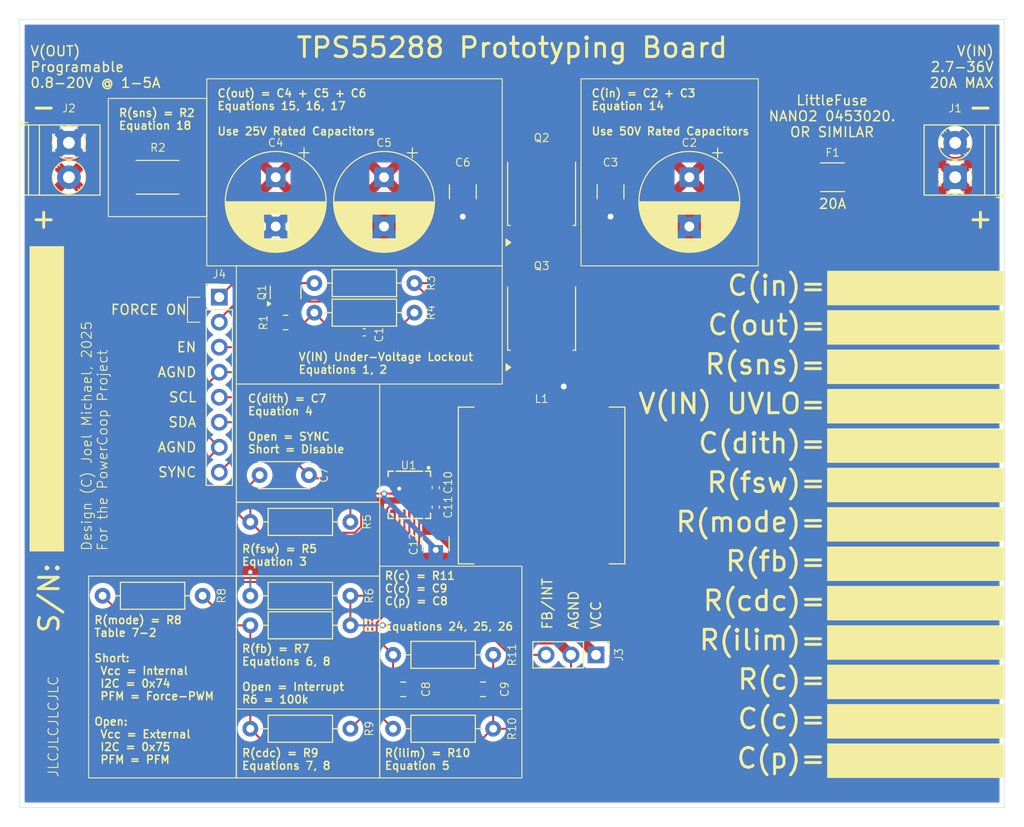
<source format=kicad_pcb>
(kicad_pcb (version 20240108) (generator "pcbnew") (generator_version "8.0")
  (layers (0 "F.Cu" signal) (31 "B.Cu" signal) (34 "B.Paste" user) (35 "F.Paste" user) (36 "B.SilkS" user "B.Silkscreen") (37 "F.SilkS" user "F.Silkscreen") (38 "B.Mask" user) (39 "F.Mask" user) (44 "Edge.Cuts" user))
  (net 0 "")
  (net 1 "/DITH{slash}SYNC")
  (net 2 "/MODE")
  (net 3 "/CDC")
  (net 4 "/ISN")
  (net 5 "/ILIM")
  (net 6 "/SDA")
  (net 7 "/EN{slash}UVLO")
  (net 8 "/FB{slash}INT")
  (net 9 "/SCL")
  (net 10 "/FSW")
  (net 11 "/COMP")
  (net 12 "/SW1")
  (net 13 "/BOOT1")
  (net 14 "/BOOT2")
  (net 15 "/SW2")
  (net 16 "/VOUT")
  (net 17 "GND")
  (net 18 "/VIN")
  (net 19 "/VCC")
  (net 20 "/AGND")
  (net 21 "/EN")
  (net 22 "/DR1H")
  (net 23 "/DR1L")
  (net 24 "Net-(C9-Pad2)")
  (net 25 "Net-(J1-Pin_1)")
  (net 26 "/ON")
  (footprint "Package_TO_SOT_SMD:SOT-23" (layer "F.Cu") (at 42 42.6875 90)
    (property "Reference" "Q1")
    (property "Value" "2N7002K")
  )
  (footprint "Capacitor_THT:CP_Radial_D10.0mm_P5.00mm" (layer "F.Cu") (at 41 31 -90)
    (property "Reference" "C4")
    (property "Value" "330u")
  )
  (footprint "Package_TO_SOT_SMD:TO-252-2" (layer "F.Cu") (at 68 45.26 90)
    (property "Reference" "Q3")
    (property "Value" "QM6006D")
  )
  (footprint "Resistor_THT:R_Axial_DIN0207_L6.3mm_D2.5mm_P10.16mm_Horizontal" (layer "F.Cu") (at 55.08 44.75 180)
    (property "Reference" "R4")
    (property "Value" "1k")
  )
  (footprint "Capacitor_SMD:C_0402_1005Metric" (layer "F.Cu") (at 57.25 64.5 90)
    (property "Reference" "C11")
    (property "Value" "0.1u")
  )
  (footprint "Resistor_THT:R_Axial_DIN0207_L6.3mm_D2.5mm_P10.16mm_Horizontal" (layer "F.Cu") (at 55.08 41.75 180)
    (property "Reference" "R3")
    (property "Value" "4.3k")
  )
  (footprint "Capacitor_SMD:C_0805_2012Metric" (layer "F.Cu") (at 53.95 83 180)
    (property "Reference" "C8")
    (property "Value" "150p")
  )
  (footprint "Capacitor_THT:CP_Radial_D10.0mm_P5.00mm" (layer "F.Cu") (at 83 31 -90)
    (property "Reference" "C2")
    (property "Value" "100u")
  )
  (footprint "Resistor_THT:R_Axial_DIN0207_L6.3mm_D2.5mm_P10.16mm_Horizontal" (layer "F.Cu") (at 48.58 87 180)
    (property "Reference" "R9")
    (property "Value" "20k")
  )
  (footprint "Capacitor_SMD:C_1210_3225Metric" (layer "F.Cu") (at 75 32.475 90)
    (property "Reference" "C3")
    (property "Value" "10u")
  )
  (footprint "Capacitor_SMD:C_0805_2012Metric" (layer "F.Cu") (at 62.05 83)
    (property "Reference" "C9")
    (property "Value" "15n")
  )
  (footprint "Capacitor_THT:CP_Radial_D10.0mm_P5.00mm" (layer "F.Cu") (at 52 31 -90)
    (property "Reference" "C5")
    (property "Value" "330u")
  )
  (footprint "Resistor_SMD:R_2512_6332Metric" (layer "F.Cu") (at 29 31)
    (property "Reference" "R2")
    (property "Value" "10m")
  )
  (footprint "Resistor_THT:R_Axial_DIN0207_L6.3mm_D2.5mm_P10.16mm_Horizontal" (layer "F.Cu") (at 33.58 73.5 180)
    (property "Reference" "R8")
    (property "Value" "0")
  )
  (footprint "Capacitor_SMD:C_0402_1005Metric" (layer "F.Cu") (at 57.25 62.52 90)
    (property "Reference" "C10")
    (property "Value" "0.1u")
  )
  (footprint "TerminalBlock_Phoenix:TerminalBlock_Phoenix_PT-1,5-2-3.5-H_1x02_P3.50mm_Horizontal" (layer "F.Cu") (at 20 27.5 -90)
    (property "Reference" "J2")
    (property "Value" "Screw_Terminal_01x02")
  )
  (footprint "Capacitor_SMD:C_0402_1005Metric" (layer "F.Cu") (at 50 46.75)
    (property "Reference" "C1")
    (property "Value" "0.1u")
  )
  (footprint "Package_TO_SOT_SMD:TO-252-2" (layer "F.Cu") (at 68 32.585 90)
    (property "Reference" "Q2")
    (property "Value" "QM6006D")
  )
  (footprint "Resistor_THT:R_Axial_DIN0207_L6.3mm_D2.5mm_P10.16mm_Horizontal" (layer "F.Cu") (at 38.42 73.5)
    (property "Reference" "R6")
    (property "Value" "100k")
  )
  (footprint "Resistor_THT:R_Axial_DIN0207_L6.3mm_D2.5mm_P10.16mm_Horizontal" (layer "F.Cu") (at 48.58 76.5 180)
    (property "Reference" "R7")
    (property "Value" "1k")
  )
  (footprint "Capacitor_SMD:C_1210_3225Metric" (layer "F.Cu") (at 60 32.475 90)
    (property "Reference" "C6")
    (property "Value" "10u")
  )
  (footprint "Resistor_THT:R_Axial_DIN0207_L6.3mm_D2.5mm_P10.16mm_Horizontal" (layer "F.Cu") (at 52.92 79.5)
    (property "Reference" "R11")
    (property "Value" "91k")
  )
  (footprint "Resistor_THT:R_Axial_DIN0207_L6.3mm_D2.5mm_P10.16mm_Horizontal" (layer "F.Cu") (at 52.92 87)
    (property "Reference" "R10")
    (property "Value" "16k")
  )
  (footprint "Connector_PinHeader_2.54mm:PinHeader_1x03_P2.54mm_Vertical" (layer "F.Cu") (at 73.525 79.5 -90)
    (property "Reference" "J3")
    (property "Value" "Conn_01x10_Pin")
  )
  (footprint "Resistor_SMD:R_0805_2012Metric" (layer "F.Cu") (at 42 45.75 180)
    (property "Reference" "R1")
    (property "Value" "10k")
  )
  (footprint "Connector_PinHeader_2.54mm:PinHeader_1x08_P2.54mm_Vertical" (layer "F.Cu") (at 35.27 43.18)
    (property "Reference" "J4")
    (property "Value" "Conn_01x06_Pin")
  )
  (footprint "LCSC-powercoop:VQFN-HR-26_L4.0-W3.5_TPS55288RPMR" (layer "F.Cu") (at 54.57 63.25 -90)
    (property "Reference" "U1")
    (property "Value" "TPS55288RPMR")
  )
  (footprint "TerminalBlock_Phoenix:TerminalBlock_Phoenix_PT-1,5-2-3.5-H_1x02_P3.50mm_Horizontal" (layer "F.Cu") (at 110 31 90)
    (property "Reference" "J1")
    (property "Value" "Screw_Terminal_01x02")
  )
  (footprint "Inductor_SMD:L_Coilcraft_XAL1510-682" (layer "F.Cu") (at 68 62.3 -90)
    (property "Reference" "L1")
    (property "Value" "4.7u")
  )
  (footprint "Resistor_THT:R_Axial_DIN0207_L6.3mm_D2.5mm_P10.16mm_Horizontal" (layer "F.Cu") (at 48.58 66 180)
    (property "Reference" "R5")
    (property "Value" "47k")
  )
  (footprint "Fuse:Fuse_Littelfuse-NANO2-451_453" (layer "F.Cu") (at 97.545 31)
    (property "Reference" "F1")
    (property "Value" "20A")
  )
  (footprint "Capacitor_THT:C_Disc_D5.0mm_W2.5mm_P5.00mm" (layer "F.Cu") (at 39.37 61.25)
    (property "Reference" "C7")
    (property "Value" "10n")
  )
  (footprint "Capacitor_SMD:C_1210_3225Metric" (layer "F.Cu") (at 57.25 68.225 90)
    (property "Reference" "C12")
    (property "Value" "10u")
  )
  (footprint "Jumper:SolderJumper-2_P1.3mm_Bridged2Bar_Pad1.0x1.5mm" (layer "B.Cu") (at 57.25 69.5 90)
    (property "Reference" "JP1" (hide yes))
    (property "Value" "SolderJumper_2_Bridged" (hide yes))
  )
  (gr_rect (start 97 88.5) (end 115 92) (fill solid) (layer "F.SilkS"))
  (gr_line (start 32.04 45.72) (end 32.04 43.18) (stroke (width 0.1)) (layer "F.SilkS"))
  (gr_rect (start 51.5575 85) (end 66 92) (stroke (width 0.1)) (fill none) (layer "F.SilkS"))
  (gr_rect (start 37 64) (end 51.5575 71.5) (stroke (width 0.1)) (fill none) (layer "F.SilkS"))
  (gr_rect (start 97 68.5) (end 115 72) (fill solid) (layer "F.SilkS"))
  (gr_rect (start 37 52) (end 51.5575 64) (stroke (width 0.1)) (fill none) (layer "F.SilkS"))
  (gr_line (start 33.31 45.72) (end 32.04 45.72) (stroke (width 0.1)) (layer "F.SilkS"))
  (gr_rect (start 37 71.5) (end 51.5575 85) (stroke (width 0.1)) (fill none) (layer "F.SilkS"))
  (gr_rect (start 97 76.5) (end 115 80) (fill solid) (layer "F.SilkS"))
  (gr_rect (start 97 84.5) (end 115 88) (fill solid) (layer "F.SilkS"))
  (gr_rect (start 97 72.5) (end 115 76) (fill solid) (layer "F.SilkS"))
  (gr_rect (start 34 21) (end 64 40) (stroke (width 0.1)) (fill none) (layer "F.SilkS"))
  (gr_rect (start 97 80.5) (end 115 84) (fill solid) (layer "F.SilkS"))
  (gr_rect (start 97 40.5) (end 115 44) (fill solid) (layer "F.SilkS"))
  (gr_rect (start 22 71.5) (end 37 92) (stroke (width 0.1)) (fill none) (layer "F.SilkS"))
  (gr_rect (start 37 40) (end 64 52) (stroke (width 0.1)) (fill none) (layer "F.SilkS"))
  (gr_rect (start 97 56.5) (end 115 60) (fill solid) (layer "F.SilkS"))
  (gr_rect (start 24 23) (end 34 35) (stroke (width 0.1)) (fill none) (layer "F.SilkS"))
  (gr_rect (start 37 85) (end 51.5575 92) (stroke (width 0.1)) (fill none) (layer "F.SilkS"))
  (gr_rect (start 97 44.5) (end 115 48) (fill solid) (layer "F.SilkS"))
  (gr_rect (start 51.5575 70.5) (end 66 85) (stroke (width 0.1)) (fill none) (layer "F.SilkS"))
  (gr_line (start 32.04 43.18) (end 33.31 43.18) (stroke (width 0.1)) (layer "F.SilkS"))
  (gr_rect (start 16 38) (end 19.5 69) (fill solid) (layer "F.SilkS"))
  (gr_rect (start 97 48.5) (end 115 52) (fill solid) (layer "F.SilkS"))
  (gr_rect (start 97 60.5) (end 115 64) (fill solid) (layer "F.SilkS"))
  (gr_rect (start 97 64.5) (end 115 68) (fill solid) (layer "F.SilkS"))
  (gr_rect (start 72 21) (end 90 40) (stroke (width 0.1)) (fill none) (layer "F.SilkS"))
  (gr_rect (start 97 52.5) (end 115 56) (fill solid) (layer "F.SilkS"))
  (gr_rect (start 15 15) (end 115 95) (stroke (width 0.05)) (fill none) (layer "Edge.Cuts"))
  (gr_text "LUMP OF\nCOPPER" (at 95 67 90) (layer "F.Cu" knockout) (effects (font (size 8 8) (thickness 1))))
  (gr_text "V(IN)\n2.7-36V\n20A MAX" (at 114 22 0) (layer "F.SilkS") (effects (font (size 1 1)) (justify right bottom)))
  (gr_text "V(OUT)\nProgramable\n0.8-20V @ 1-5A" (at 16 22 0) (layer "F.SilkS") (effects (font (size 1 1)) (justify left bottom)))
  (gr_text "R(mode)=" (at 97 66 0) (layer "F.SilkS") (effects (font (size 2 2) (thickness 0.3)) (justify right)))
  (gr_text "AGND" (at 71.25 77 90) (layer "F.SilkS") (effects (font (size 1 1)) (justify left)))
  (gr_text "R(ilim) = R10\nEquation 5" (at 52 89 0) (layer "F.SilkS") (effects (font (size 0.8 0.8)) (justify left top)))
  (gr_text "FORCE ON" (at 32.04 44.45 0) (layer "F.SilkS") (effects (font (size 1 1)) (justify right)))
  (gr_text "+" (at 16 34 0) (layer "F.SilkS") (effects (font (size 2 2) (thickness 0.3)) (justify left top)))
  (gr_text "V(IN) Under-Voltage Lockout\nEquations 1, 2" (at 43.25 51 0) (layer "F.SilkS") (effects (font (size 0.8 0.8)) (justify left bottom)))
  (gr_text "C(out) = C4 + C5 + C6\nEquations 15, 16, 17\n\nUse 25V Rated Capacitors" (at 35 22 0) (layer "F.SilkS") (effects (font (size 0.8 0.8)) (justify left top)))
  (gr_text "C(p)=" (at 97 90 0) (layer "F.SilkS") (effects (font (size 2 2) (thickness 0.3)) (justify right)))
  (gr_text "R(fsw)=" (at 97 62 0) (layer "F.SilkS") (effects (font (size 2 2) (thickness 0.3)) (justify right)))
  (gr_text "-" (at 114 25 0) (layer "F.SilkS") (effects (font (size 2 2) (thickness 0.3)) (justify right bottom)))
  (gr_text "R(cdc) = R9\nEquations 7, 8" (at 37.5 89 0) (layer "F.SilkS") (effects (font (size 0.8 0.8)) (justify left top)))
  (gr_text "AGND" (at 33.02 50.8 0) (layer "F.SilkS") (effects (font (size 1 1)) (justify right)))
  (gr_text "TPS55288 Prototyping Board" (at 65 19 0) (layer "F.SilkS") (effects (font (size 2 2) (thickness 0.3)) (justify bottom)))
  (gr_text "SDA" (at 33.02 55.88 0) (layer "F.SilkS") (effects (font (size 1 1)) (justify right)))
  (gr_text "FB/INT" (at 68.58 77 90) (layer "F.SilkS") (effects (font (size 1 1)) (justify left)))
  (gr_text "R(fb) = R7\nEquations 6, 8\n\nOpen = Interrupt\nR6 = 100k" (at 37.5 84.5 0) (layer "F.SilkS") (effects (font (size 0.8 0.8)) (justify left bottom)))
  (gr_text "R(c)=" (at 97 82 0) (layer "F.SilkS") (effects (font (size 2 2) (thickness 0.3)) (justify right)))
  (gr_text "C(c)=" (at 97 86 0) (layer "F.SilkS") (effects (font (size 2 2) (thickness 0.3)) (justify right)))
  (gr_text "LittleFuse\nNANO2 0453020.\nOR SIMILAR" (at 97.5 27 0) (layer "F.SilkS") (effects (font (size 1 1) (thickness 0.15) (bold yes)) (justify bottom)))
  (gr_text "AGND" (at 33.02 58.42 0) (layer "F.SilkS") (effects (font (size 1 1)) (justify right)))
  (gr_text "C(out)=" (at 97 46 0) (layer "F.SilkS") (effects (font (size 2 2) (thickness 0.3)) (justify right)))
  (gr_text "JLCJLCJLCJLC" (at 19 92 90) (layer "F.SilkS") (effects (font (size 1 1) (thickness 0.1)) (justify left bottom)))
  (gr_text "R(fsw) = R5\nEquation 3" (at 37.5 70.5 0) (layer "F.SilkS") (effects (font (size 0.8 0.8)) (justify left bottom)))
  (gr_text "EN" (at 33.02 48.26 0) (layer "F.SilkS") (effects (font (size 1 1)) (justify right)))
  (gr_text "-" (at 16 25 0) (layer "F.SilkS") (effects (font (size 2 2) (thickness 0.3)) (justify left bottom)))
  (gr_text "SCL" (at 33.02 53.34 0) (layer "F.SilkS") (effects (font (size 1 1)) (justify right)))
  (gr_text "R(sns) = R2\nEquation 18" (at 25 24 0) (layer "F.SilkS") (effects (font (size 0.8 0.8)) (justify left top)))
  (gr_text "C(dith)=" (at 97 58 0) (layer "F.SilkS") (effects (font (size 2 2) (thickness 0.3)) (justify right)))
  (gr_text "V(IN) UVLO=" (at 97 54 0) (layer "F.SilkS") (effects (font (size 2 2) (thickness 0.3)) (justify right)))
  (gr_text "S/N:" (at 18 70 90) (layer "F.SilkS") (effects (font (size 2 2) (thickness 0.3)) (justify right)))
  (gr_text "VCC" (at 73.525 77 90) (layer "F.SilkS") (effects (font (size 1 1)) (justify left)))
  (gr_text "R(c) = R11\nC(c) = C9\nC(p) = C8\n\nEquations 24, 25, 26" (at 52 71 0) (layer "F.SilkS") (effects (font (size 0.8 0.8)) (justify left top)))
  (gr_text "C(in)=" (at 97 42 0) (layer "F.SilkS") (effects (font (size 2 2) (thickness 0.3)) (justify right)))
  (gr_text "+" (at 114 34 0) (layer "F.SilkS") (effects (font (size 2 2) (thickness 0.3)) (justify right top)))
  (gr_text "R(cdc)=" (at 97 74 0) (layer "F.SilkS") (effects (font (size 2 2) (thickness 0.3)) (justify right)))
  (gr_text "SYNC" (at 33.02 60.96 0) (layer "F.SilkS") (effects (font (size 1 1)) (justify right)))
  (gr_text "R(sns)=" (at 97 50 0) (layer "F.SilkS") (effects (font (size 2 2) (thickness 0.3)) (justify right)))
  (gr_text "R(mode) = R8\nTable 7-2\n\nShort:\n Vcc = Internal\n I2C = 0x74\n PFM = Force-PWM\n\nOpen:\n Vcc = External\n I2C = 0x75\n PFM = PFM\n" (at 22.5 75.5 0) (layer "F.SilkS") (effects (font (size 0.8 0.8)) (justify left top)))
  (gr_text "C(dith) = C7\nEquation 4\n\nOpen = SYNC\nShort = Disable" (at 38.1 53 0) (layer "F.SilkS") (effects (font (size 0.8 0.8)) (justify left top)))
  (gr_text "R(ilim)=" (at 97 78 0) (layer "F.SilkS") (effects (font (size 2 2) (thickness 0.3)) (justify right)))
  (gr_text "C(in) = C2 + C3\nEquation 14\n\nUse 50V Rated Capacitors" (at 73 22 0) (layer "F.SilkS") (effects (font (size 0.8 0.8)) (justify left top)))
  (gr_text "R(fb)=" (at 97 70 0) (layer "F.SilkS") (effects (font (size 2 2) (thickness 0.3)) (justify right)))
  (gr_text "Design (C) Joel Michael, 2025\nFor the PowerCoop Project" (at 24 69 90) (layer "F.SilkS") (effects (font (size 1 1) (thickness 0.1)) (justify left bottom)))
  (segment (start 42.81 59.69) (end 36.54 59.69) (width 0.2) (layer "F.Cu") (net 1))
  (segment (start 52.9075 61.575) (end 44.695 61.575) (width 0.2) (layer "F.Cu") (net 1))
  (segment (start 44.695 61.575) (end 44.37 61.25) (width 0.2) (layer "F.Cu") (net 1))
  (segment (start 44.37 61.25) (end 42.81 59.69) (width 0.2) (layer "F.Cu") (net 1))
  (segment (start 36.54 59.69) (end 35.27 60.96) (width 0.2) (layer "F.Cu") (net 1))
  (segment (start 39.5 75) (end 35.08 75) (width 0.2) (layer "F.Cu") (net 2))
  (segment (start 42.5 78) (end 39.5 75) (width 0.2) (layer "F.Cu") (net 2))
  (segment (start 50 74.5) (end 50 77.067818) (width 0.2) (layer "F.Cu") (net 2))
  (segment (start 35.08 75) (end 33.58 73.5) (width 0.2) (layer "F.Cu") (net 2))
  (segment (start 54.07 65.0875) (end 54.07 70.43) (width 0.2) (layer "F.Cu") (net 2))
  (segment (start 54.07 70.43) (end 50 74.5) (width 0.2) (layer "F.Cu") (net 2))
  (segment (start 49.067818 78) (end 42.5 78) (width 0.2) (layer "F.Cu") (net 2))
  (segment (start 50 77.067818) (end 49.067818 78) (width 0.2) (layer "F.Cu") (net 2))
  (segment (start 54.57 65.0875) (end 54.57 70.864314) (width 0.2) (layer "F.Cu") (net 3))
  (segment (start 50.4 75.034314) (end 50.4 85.18) (width 0.2) (layer "F.Cu") (net 3))
  (segment (start 54.57 70.864314) (end 50.4 75.034314) (width 0.2) (layer "F.Cu") (net 3))
  (segment (start 50.4 85.18) (end 48.58 87) (width 0.2) (layer "F.Cu") (net 3))
  (segment (start 50.351346 72.1) (end 34.882843 72.1) (width 0.2) (layer "F.Cu") (net 4))
  (segment (start 53.0825 69.368846) (end 50.351346 72.1) (width 0.2) (layer "F.Cu") (net 4))
  (segment (start 26.0375 32.2875) (end 26.25 32.5) (width 0.2) (layer "F.Cu") (net 4))
  (segment (start 26.0375 31) (end 26.0375 32.2875) (width 0.2) (layer "F.Cu") (net 4))
  (segment (start 53.0825 65.1) (end 53.0825 69.368846) (width 0.2) (layer "F.Cu") (net 4))
  (segment (start 34.882843 72.1) (end 28 65.217157) (width 0.2) (layer "F.Cu") (net 4))
  (segment (start 28 65.217157) (end 28 34.25) (width 0.2) (layer "F.Cu") (net 4))
  (segment (start 28 34.25) (end 26.0375 32.2875) (width 0.2) (layer "F.Cu") (net 4))
  (segment (start 50.8 75.634314) (end 50.8 84.88) (width 0.2) (layer "F.Cu") (net 5))
  (segment (start 50.8 84.88) (end 52.92 87) (width 0.2) (layer "F.Cu") (net 5))
  (segment (start 55.07 71.364314) (end 50.8 75.634314) (width 0.2) (layer "F.Cu") (net 5))
  (segment (start 55.07 65.0875) (end 55.07 71.364314) (width 0.2) (layer "F.Cu") (net 5))
  (segment (start 53.57 59.92) (end 49.53 55.88) (width 0.2) (layer "F.Cu") (net 6))
  (segment (start 49.53 55.88) (end 48.26 55.88) (width 0.2) (layer "F.Cu") (net 6))
  (segment (start 48.55 55.88) (end 35.27 55.88) (width 0.2) (layer "F.Cu") (net 6))
  (segment (start 53.57 61.35) (end 53.57 59.92) (width 0.2) (layer "F.Cu") (net 6))
  (segment (start 38.1225 42.5875) (end 35.27 45.44) (width 0.2) (layer "F.Cu") (net 7))
  (segment (start 53.08 46.75) (end 55.08 44.75) (width 0.2) (layer "F.Cu") (net 7))
  (segment (start 42.428052 43.625) (end 41.390552 42.5875) (width 0.2) (layer "F.Cu") (net 7))
  (segment (start 42.95 43.625) (end 42.428052 43.625) (width 0.2) (layer "F.Cu") (net 7))
  (segment (start 50.48 46.75) (end 53.08 46.75) (width 0.2) (layer "F.Cu") (net 7))
  (segment (start 54.57 48.24) (end 53.08 46.75) (width 0.2) (layer "F.Cu") (net 7))
  (segment (start 42.95 43.625) (end 47.355 43.625) (width 0.2) (layer "F.Cu") (net 7))
  (segment (start 41.390552 42.5875) (end 39.1025 42.5875) (width 0.2) (layer "F.Cu") (net 7))
  (segment (start 39.1025 42.5875) (end 38.1225 42.5875) (width 0.2) (layer "F.Cu") (net 7))
  (segment (start 54.57 61.4125) (end 54.57 48.24) (width 0.2) (layer "F.Cu") (net 7))
  (segment (start 47.355 43.625) (end 50.48 46.75) (width 0.2) (layer "F.Cu") (net 7))
  (segment (start 61.75 76.5) (end 64.75 79.5) (width 0.2) (layer "F.Cu") (net 8))
  (segment (start 64.75 79.5) (end 68.445 79.5) (width 0.2) (layer "F.Cu") (net 8))
  (segment (start 53.57 69.93) (end 50 73.5) (width 0.2) (layer "F.Cu") (net 8))
  (segment (start 51.85 76.5) (end 61.75 76.5) (width 0.2) (layer "F.Cu") (net 8))
  (segment (start 50 73.5) (end 48.58 73.5) (width 0.2) (layer "F.Cu") (net 8))
  (segment (start 48.58 73.5) (end 48.58 76.5) (width 0.2) (layer "F.Cu") (net 8))
  (segment (start 53.57 65.15) (end 53.57 69.93) (width 0.2) (layer "F.Cu") (net 8))
  (via (at 51.85 76.5) (size 0.6) (drill 0.4) (layers "F.Cu" "B.Cu") (net 8))
  (segment (start 48.58 76.5) (end 51.85 76.5) (width 0.2) (layer "B.Cu") (net 8))
  (segment (start 35.27 53.34) (end 47.28 53.34) (width 0.2) (layer "F.Cu") (net 9))
  (segment (start 46.99 53.34) (end 48.26 53.34) (width 0.2) (layer "F.Cu") (net 9))
  (segment (start 48.26 53.34) (end 54.07 59.15) (width 0.2) (layer "F.Cu") (net 9))
  (segment (start 54.07 59.15) (end 54.07 61.4125) (width 0.2) (layer "F.Cu") (net 9))
  (segment (start 48.58 63.42) (end 48.58 66) (width 0.2) (layer "F.Cu") (net 10))
  (segment (start 52.9325 62.125) (end 49.875 62.125) (width 0.2) (layer "F.Cu") (net 10))
  (segment (start 49.875 62.125) (end 48.58 63.42) (width 0.2) (layer "F.Cu") (net 10))
  (segment (start 55.57 65.15) (end 55.57 71.93) (width 0.2) (layer "F.Cu") (net 11))
  (segment (start 51.25 77.83) (end 52.92 79.5) (width 0.2) (layer "F.Cu") (net 11))
  (segment (start 51.25 76.25) (end 51.25 77.83) (width 0.2) (layer "F.Cu") (net 11))
  (segment (start 55.57 71.93) (end 51.25 76.25) (width 0.2) (layer "F.Cu") (net 11))
  (segment (start 52.92 79.5) (end 52.92 82.92) (width 0.2) (layer "F.Cu") (net 11))
  (segment (start 52.92 82.92) (end 53 83) (width 0.2) (layer "F.Cu") (net 11))
  (segment (start 57.25 63) (end 56.22 63) (width 0.2) (layer "F.Cu") (net 13))
  (segment (start 57.22136 64.98) (end 57.25 64.98) (width 0.2) (layer "F.Cu") (net 14))
  (segment (start 56.54136 64.3) (end 57.22136 64.98) (width 0.2) (layer "F.Cu") (net 14))
  (segment (start 56.1825 64.3) (end 56.54136 64.3) (width 0.2) (layer "F.Cu") (net 14))
  (segment (start 52.32 64.65364) (end 52.32 69.18) (width 0.2) (layer "F.Cu") (net 16))
  (segment (start 28.5 64.934314) (end 28.5 35.75) (width 0.2) (layer "F.Cu") (net 16))
  (segment (start 31.9625 32.2875) (end 31.9625 31) (width 0.2) (layer "F.Cu") (net 16))
  (segment (start 31.01 63.51) (end 36.9 69.4) (width 4) (layer "F.Cu") (net 16))
  (segment (start 35 31.25) (end 35 37.35) (width 4) (layer "F.Cu") (net 16))
  (segment (start 35.265686 71.7) (end 28.5 64.934314) (width 0.2) (layer "F.Cu") (net 16))
  (segment (start 49.8 71.7) (end 35.265686 71.7) (width 0.2) (layer "F.Cu") (net 16))
  (segment (start 52.9325 64.375) (end 52.59864 64.375) (width 0.2) (layer "F.Cu") (net 16))
  (segment (start 36.9 69.4) (end 48.75 69.4) (width 4) (layer "F.Cu") (net 16))
  (segment (start 52.59864 64.375) (end 52.32 64.65364) (width 0.2) (layer "F.Cu") (net 16))
  (segment (start 52.32 69.18) (end 49.8 71.7) (width 0.2) (layer "F.Cu") (net 16))
  (segment (start 35 37.35) (end 31.01 41.34) (width 4) (layer "F.Cu") (net 16))
  (segment (start 31.01 41.34) (end 31.01 63.51) (width 4) (layer "F.Cu") (net 16))
  (segment (start 28.5 35.75) (end 31.9625 32.2875) (width 0.2) (layer "F.Cu") (net 16))
  (via (at 38.42 71.1) (size 0.6) (drill 0.4) (layers "F.Cu" "B.Cu") (net 16))
  (segment (start 38.42 71.1) (end 38.42 73.5) (width 0.2) (layer "B.Cu") (net 16))
  (segment (start 82 35) (end 83 36) (width 3) (layer "F.Cu") (net 17))
  (segment (start 60 35) (end 53 35) (width 3) (layer "F.Cu") (net 17))
  (segment (start 60 33.95) (end 60 35) (width 3) (layer "F.Cu") (net 17))
  (segment (start 75 35) (end 75 33.95) (width 3) (layer "F.Cu") (net 17))
  (segment (start 53.54524 62.624999) (end 52.932501 62.624999) (width 0.25) (layer "F.Cu") (net 17))
  (segment (start 53.545241 62.625) (end 53.54524 62.624999) (width 0.2) (layer "F.Cu") (net 17))
  (segment (start 75 35) (end 82 35) (width 3) (layer "F.Cu") (net 17))
  (segment (start 70.25 52.25) (end 70.25 50.33) (width 3) (layer "F.Cu") (net 17))
  (segment (start 70.25 50.33) (end 70.28 50.3) (width 3) (layer "F.Cu") (net 17))
  (segment (start 53 35) (end 52 36) (width 3) (layer "F.Cu") (net 17))
  (segment (start 54.57 62.625) (end 53.545241 62.625) (width 0.375) (layer "F.Cu") (net 17))
  (segment (start 52.932501 62.624999) (end 52.9325 62.625) (width 0.2) (layer "F.Cu") (net 17))
  (via (at 70.25 52.25) (size 0.9) (drill 0.6) (layers "F.Cu" "B.Cu") (net 17))
  (via (at 53.54524 62.624999) (size 0.6) (drill 0.4) (layers "F.Cu" "B.Cu") (net 17))
  (via (at 60 35) (size 0.9) (drill 0.6) (layers "F.Cu" "B.Cu") (net 17))
  (via (at 75 35) (size 0.9) (drill 0.6) (layers "F.Cu" "B.Cu") (net 17))
  (segment (start 56.5 43.17) (end 55.08 41.75) (width 0.2) (layer "F.Cu") (net 18))
  (segment (start 57.725 41.75) (end 66.475 33) (width 0.2) (layer "F.Cu") (net 18))
  (segment (start 55.07 47.18) (end 56.5 45.75) (width 0.2) (layer "F.Cu") (net 18))
  (segment (start 55.08 41.75) (end 57.725 41.75) (width 0.2) (layer "F.Cu") (net 18))
  (segment (start 55.07 61.4125) (end 55.07 47.18) (width 0.2) (layer "F.Cu") (net 18))
  (segment (start 56.5 45.75) (end 56.5 43.17) (width 0.2) (layer "F.Cu") (net 18))
  (segment (start 59.3 71.140135) (end 64.909865 76.75) (width 1) (layer "F.Cu") (net 19))
  (segment (start 59.3 68.8) (end 59.3 71.140135) (width 1) (layer "F.Cu") (net 19))
  (segment (start 64.909865 76.75) (end 70.775 76.75) (width 1) (layer "F.Cu") (net 19))
  (segment (start 70.775 76.75) (end 73.525 79.5) (width 1) (layer "F.Cu") (net 19))
  (segment (start 57.25 66.75) (end 59.3 68.8) (width 1) (layer "F.Cu") (net 19))
  (segment (start 42.9125 45.75) (end 43.92 45.75) (width 0.2) (layer "F.Cu") (net 20))
  (segment (start 39.52 67.1) (end 38.42 66) (width 0.2) (layer "F.Cu") (net 20))
  (segment (start 69.435 77.95) (end 70.985 79.5) (width 1) (layer "F.Cu") (net 20))
  (segment (start 46.92 46.75) (end 44.92 44.75) (width 0.2) (layer "F.Cu") (net 20))
  (segment (start 38.42 66) (end 38.42 62.2) (width 0.2) (layer "F.Cu") (net 20))
  (segment (start 63.08 85.08) (end 63.08 87) (width 0.2) (layer "F.Cu") (net 20))
  (segment (start 43.92 45.75) (end 44.92 44.75) (width 0.2) (layer "F.Cu") (net 20))
  (segment (start 57.25 68.85) (end 57.25 69.6) (width 1) (layer "F.Cu") (net 20))
  (segment (start 49.68 63.32) (end 49.68 66.455635) (width 0.2) (layer "F.Cu") (net 20))
  (segment (start 49.035635 67.1) (end 39.52 67.1) (width 0.2) (layer "F.Cu") (net 20))
  (segment (start 33.75 59.94) (end 35.27 58.42) (width 0.2) (layer "F.Cu") (net 20))
  (segment (start 63.08 87) (end 63 87) (width 0.2) (layer "F.Cu") (net 20))
  (segment (start 61.1 83) (end 61.1 83.1) (width 0.2) (layer "F.Cu") (net 20))
  (segment (start 49.875 63.125) (end 49.68 63.32) (width 0.2) (layer "F.Cu") (net 20))
  (segment (start 38.42 66) (end 38 66) (width 0.2) (layer "F.Cu") (net 20))
  (segment (start 49.52 46.75) (end 46.92 46.75) (width 0.2) (layer "F.Cu") (net 20))
  (segment (start 40.42 89) (end 38.42 87) (width 0.2) (layer "F.Cu") (net 20))
  (segment (start 57.25 69.7) (end 57.25 70.787191) (width 1) (layer "F.Cu") (net 20))
  (segment (start 33.75 56.9) (end 33.75 52.32) (width 0.2) (layer "F.Cu") (net 20))
  (segment (start 70.985 79.805) (end 70.985 81.765) (width 0.2) (layer "F.Cu") (net 20))
  (segment (start 64.412809 77.95) (end 69.435 77.95) (width 1) (layer "F.Cu") (net 20))
  (segment (start 70.985 81.765) (end 65.75 87) (width 0.2) (layer "F.Cu") (net 20))
  (segment (start 38.42 76.5) (end 26.42 76.5) (width 0.2) (layer "F.Cu") (net 20))
  (segment (start 35.27 58.42) (end 33.75 56.9) (width 0.2) (layer "F.Cu") (net 20))
  (segment (start 61.1 83.1) (end 63.08 85.08) (width 0.2) (layer "F.Cu") (net 20))
  (segment (start 38.1 50.8) (end 35.27 50.8) (width 0.2) (layer "F.Cu") (net 20))
  (segment (start 42.9125 45.9875) (end 38.1 50.8) (width 0.2) (layer "F.Cu") (net 20))
  (segment (start 63 87) (end 61 89) (width 0.2) (layer "F.Cu") (net 20))
  (segment (start 33.75 52.32) (end 35.27 50.8) (width 0.2) (layer "F.Cu") (net 20))
  (segment (start 61.1 83) (end 54.9 83) (width 0.2) (layer "F.Cu") (net 20))
  (segment (start 65.75 87) (end 63.08 87) (width 0.2) (layer "F.Cu") (net 20))
  (segment (start 71.29 79.5) (end 70.985 79.805) (width 0.2) (layer "F.Cu") (net 20))
  (segment (start 38.42 62.2) (end 39.37 61.25) (width 0.2) (layer "F.Cu") (net 20))
  (segment (start 26.42 76.5) (end 23.42 73.5) (width 0.2) (layer "F.Cu") (net 20))
  (segment (start 33.75 61.75) (end 33.75 59.94) (width 0.2) (layer "F.Cu") (net 20))
  (segment (start 38.42 87) (end 38.42 76.5) (width 0.2) (layer "F.Cu") (net 20))
  (segment (start 49.68 66.455635) (end 49.035635 67.1) (width 0.2) (layer "F.Cu") (net 20))
  (segment (start 57.25 70.787191) (end 64.412809 77.95) (width 1) (layer "F.Cu") (net 20))
  (segment (start 61 89) (end 40.42 89) (width 0.2) (layer "F.Cu") (net 20))
  (segment (start 38 66) (end 33.75 61.75) (width 0.2) (layer "F.Cu") (net 20))
  (segment (start 52.9325 63.125) (end 49.875 63.125) (width 0.2) (layer "F.Cu") (net 20))
  (segment (start 42.9125 45.75) (end 42.9125 45.9875) (width 0.2) (layer "F.Cu") (net 20))
  (via (at 57.25 68.85) (size 0.9) (drill 0.6) (layers "F.Cu" "B.Cu") (net 20))
  (via (at 52 63.125) (size 0.6) (drill 0.4) (layers "F.Cu" "B.Cu") (net 20))
  (segment (start 57.25 68.75) (end 52 63.5) (width 0.5) (layer "B.Cu") (net 20))
  (segment (start 57.25 68.85) (end 57.25 68.75) (width 0.5) (layer "B.Cu") (net 20))
  (segment (start 52 63.5) (end 52 63.125) (width 0.5) (layer "B.Cu") (net 20))
  (segment (start 41.05 45.7125) (end 41.0875 45.75) (width 0.2) (layer "F.Cu") (net 21))
  (segment (start 41.0875 45.75) (end 38.5775 48.26) (width 0.2) (layer "F.Cu") (net 21))
  (segment (start 38.5775 48.26) (end 35.27 48.26) (width 0.2) (layer "F.Cu") (net 21))
  (segment (start 41.05 43.625) (end 41.05 45.7125) (width 0.2) (layer "F.Cu") (net 21))
  (segment (start 55.57 61.35) (end 55.57 47.775) (width 0.2) (layer "F.Cu") (net 22))
  (segment (start 55.57 47.775) (end 65.72 37.625) (width 0.2) (layer "F.Cu") (net 22))
  (segment (start 58.2 50.3) (end 65.72 50.3) (width 0.2) (layer "F.Cu") (net 23))
  (segment (start 56.0575 52.4425) (end 58.2 50.3) (width 0.2) (layer "F.Cu") (net 23))
  (segment (start 56.0575 61.4375) (end 56.0575 52.4425) (width 0.2) (layer "F.Cu") (net 23))
  (segment (start 63.08 79.5) (end 63.08 82.92) (width 0.2) (layer "F.Cu") (net 24))
  (segment (start 63.08 82.92) (end 63 83) (width 0.2) (layer "F.Cu") (net 24))
  (segment (start 35.27 43.18) (end 36.7 41.75) (width 0.2) (layer "F.Cu") (net 26))
  (segment (start 42 41.75) (end 44.92 41.75) (width 0.2) (layer "F.Cu") (net 26))
  (segment (start 36.7 41.75) (end 42 41.75) (width 0.2) (layer "F.Cu") (net 26))
  (zone (net 18) (net_name "/VIN") (layer "F.Cu") (name "VIN") (priority 1) (connect_pads yes (clearance 0.5)) (min_thickness 0.25) (fill yes (thermal_gap 0.5) (thermal_bridge_width 1))
    (polygon (pts (xy 96 28) (xy 96 35) (xy 65 35) (xy 65 28)))
  )
  (zone (net 15) (net_name "/SW2") (layer "F.Cu") (priority 5) (connect_pads yes (clearance 0.2)) (min_thickness 0.2) (fill yes (thermal_gap 0.5) (thermal_bridge_width 0.5))
    (polygon (pts (xy 53.75 63) (xy 53.75 63.75) (xy 55.5 63.75) (xy 55.5 65) (xy 57.75 65) (xy 57.75 69.5) (xy 75 69.5) (xy 75 63)))
  )
  (zone (net 12) (net_name "/SW1") (layer "F.Cu") (priority 6) (connect_pads yes (clearance 0.2)) (min_thickness 0.2) (fill yes (thermal_gap 0.5) (thermal_bridge_width 0.5))
    (polygon (pts (xy 55.5 62.5) (xy 55.5 61.75) (xy 57.75 61.75) (xy 57.75 55) (xy 75 55) (xy 75 62.5)))
  )
  (zone (net 4) (net_name "/ISN") (layer "F.Cu") (name "VOUT") (priority 3) (connect_pads (clearance 0.25)) (min_thickness 0.25) (fill yes (thermal_gap 0.5) (thermal_bridge_width 1))
    (polygon (pts (xy 26.75 29) (xy 26.75 33) (xy 15.5 33) (xy 15.5 29)))
  )
  (zone (net 19) (net_name "/VCC") (layer "F.Cu") (priority 7) (connect_pads yes (clearance 0.2)) (min_thickness 0.2) (fill yes (thermal_gap 0.5) (thermal_bridge_width 0.5))
    (polygon (pts (xy 55.75 64.75) (xy 55.75 67.25) (xy 57.75 67.25) (xy 57.75 64.75)))
  )
  (zone (net 25) (net_name "Net-(J1-Pin_1)") (layer "F.Cu") (name "VIN_RAW") (priority 1) (connect_pads (clearance 0.25)) (min_thickness 0.25) (fill yes (thermal_gap 0.5) (thermal_bridge_width 1))
    (polygon (pts (xy 114.5 35) (xy 114.5 28) (xy 99 28) (xy 99 35)))
  )
  (zone (net 12) (net_name "/SW1") (layer "F.Cu") (name "SW2") (priority 4) (connect_pads yes (clearance 0.5)) (min_thickness 0.25) (fill yes (thermal_gap 0.5) (thermal_bridge_width 1))
    (polygon (pts (xy 75 35.5) (xy 75 59) (xy 65 59) (xy 65 35.5)))
  )
  (zone (net 16) (net_name "/VOUT") (layer "F.Cu") (priority 8) (connect_pads yes (clearance 0.2)) (min_thickness 0.2) (fill yes (thermal_gap 0.5) (thermal_bridge_width 0.5))
    (polygon (pts (xy 55.5 63.5) (xy 55.5 64.15) (xy 52 64.15) (xy 52 69) (xy 49.6 71.4) (xy 48.5 71.4) (xy 48.5 63.5)))
  )
  (zone (net 16) (net_name "/VOUT") (layer "F.Cu") (name "VOUT") (priority 2) (connect_pads yes (clearance 0.5)) (min_thickness 0.25) (fill yes (thermal_gap 0.5) (thermal_bridge_width 1))
    (polygon (pts (xy 62 29) (xy 62 33) (xy 31.25 33) (xy 31.25 29)))
  )
  (zone (net 17) (net_name "GND") (layer "B.Cu") (name "GND") (connect_pads (clearance 0.5)) (min_thickness 0.2) (fill yes (thermal_gap 0.5) (thermal_bridge_width 1))
    (polygon (pts (xy 13 15) (xy 115 13) (xy 117 95) (xy 15 97)))
  )
)
</source>
